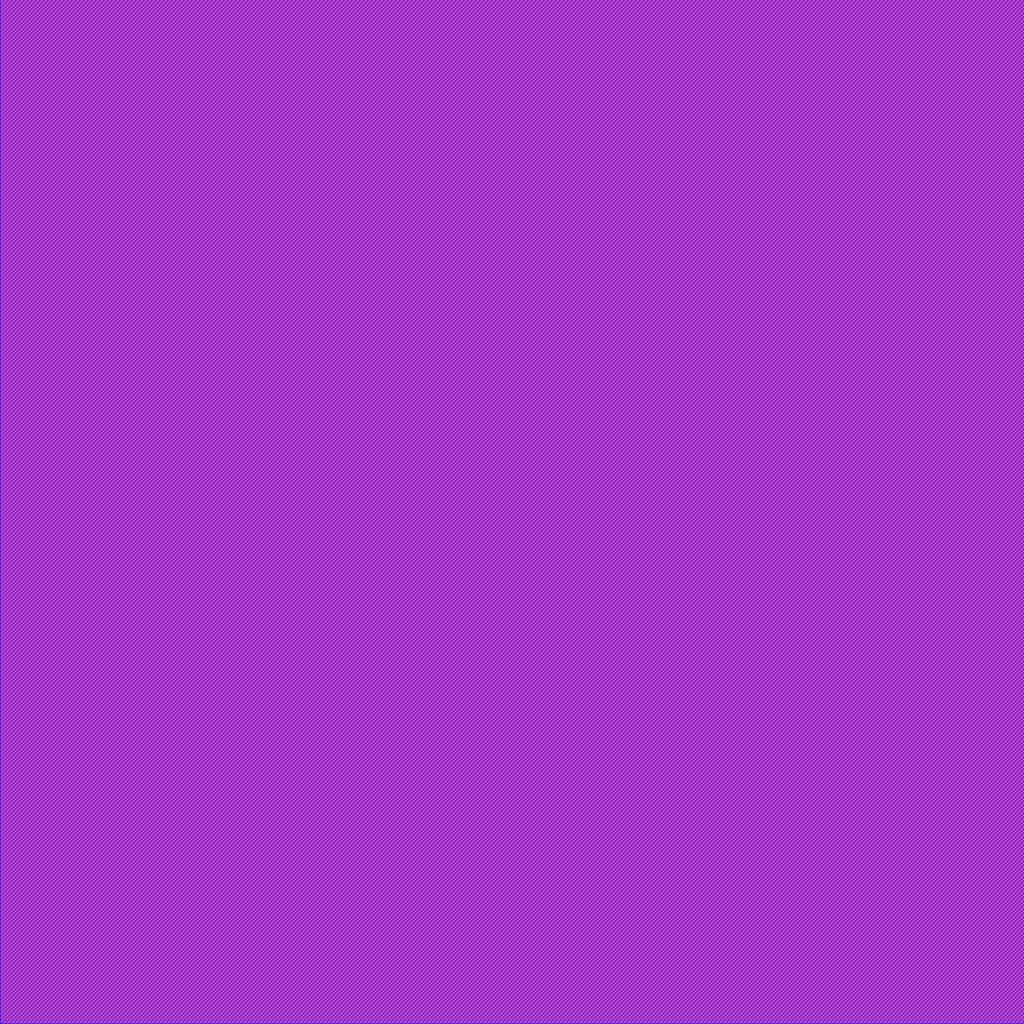
<source format=lef>
VERSION 5.6 ;
BUSBITCHARS "[]" ;
DIVIDERCHAR "/" ;

SITE Pad
  CLASS PAD ;
  SYMMETRY X Y R90 ;
  SIZE 0.010 BY 250 ;
END Pad

SITE Corner
  CLASS PAD ;
  SYMMETRY X Y R90 ;
  SIZE 250 BY 250 ;
END Corner

MACRO PADIO
  CLASS PAD ;
  ORIGIN 0 0 ;
  FOREIGN PADIO 0 0 ;
  SIZE 40 BY 250 ;
  SYMMETRY X Y R90 ;
  SITE Pad ;
  PIN PAD
    DIRECTION INOUT ;
    USE SIGNAL ;
    PORT
      LAYER Metal2 ;
        RECT 18.94 0 26.06 0.5 ;
      LAYER Metal3 ;
        RECT 18.94 0 26.06 0.5 ;
    END
  END PAD
  PIN OEN
    DIRECTION INPUT ;
    USE SIGNAL ;
    PORT
      LAYER Metal1 ;
        RECT 26.995 249 28.995 250 ;
      LAYER Metal2 ;
        RECT 26.995 249 28.995 250 ;
      LAYER Metal3 ;
        RECT 26.995 249 28.995 250 ;
      LAYER Metal4 ;
        RECT 26.995 249 28.995 250 ;
      LAYER Metal5 ;
        RECT 26.995 249 28.995 250 ;
      LAYER Metal6 ;
        RECT 26.995 249 28.995 250 ;
      LAYER Metal7 ;
        RECT 26.995 249 28.995 250 ;
      LAYER Metal8 ;
        RECT 26.995 249 28.995 250 ;
      LAYER Metal9 ;
        RECT 26.995 249 28.995 250 ;
    END
  END OEN
  PIN IN
    DIRECTION INPUT ;
    USE SIGNAL ;
    PORT
      LAYER Metal1 ;
        RECT 13.69 249 15.69 250 ;
      LAYER Metal2 ;
        RECT 13.69 249 15.69 250 ;
      LAYER Metal3 ;
        RECT 13.69 249 15.69 250 ;
      LAYER Metal4 ;
        RECT 13.69 249 15.69 250 ;
      LAYER Metal5 ;
        RECT 13.69 249 15.69 250 ;
      LAYER Metal6 ;
        RECT 13.69 249 15.69 250 ;
      LAYER Metal7 ;
        RECT 13.69 249 15.69 250 ;
      LAYER Metal8 ;
        RECT 13.69 249 15.69 250 ;
      LAYER Metal9 ;
        RECT 13.69 249 15.69 250 ;
    END
  END IN
  PIN OUT
    DIRECTION OUTPUT ;
    USE SIGNAL ;
    PORT
      LAYER Metal1 ;
        RECT 8.175 249 10.175 250 ;
      LAYER Metal2 ;
        RECT 8.175 249 10.175 250 ;
      LAYER Metal3 ;
        RECT 8.175 249 10.175 250 ;
      LAYER Metal4 ;
        RECT 8.175 249 10.175 250 ;
      LAYER Metal5 ;
        RECT 8.175 249 10.175 250 ;
      LAYER Metal6 ;
        RECT 8.175 249 10.175 250 ;
      LAYER Metal7 ;
        RECT 8.175 249 10.175 250 ;
      LAYER Metal8 ;
        RECT 8.175 249 10.175 250 ;
      LAYER Metal9 ;
        RECT 8.175 249 10.175 250 ;
    END
  END OUT
  OBS
    LAYER Metal1 ;
      RECT 0 0 40 250 ;
    LAYER Metal2 ;
      RECT 0 0 40 250 ;
    LAYER Metal3 ;
      RECT 0 0 40 250 ;
    LAYER Metal4 ;
      RECT 0 0 40 250 ;
    LAYER Metal5 ;
      RECT 0 0 40 250 ;
    LAYER Metal6 ;
      RECT 0 0 40 250 ;
    LAYER Metal7 ;
      RECT 0 0 40 250 ;
    LAYER Metal8 ;
      RECT 0 0 40 250 ;
    LAYER Metal9 ;
      RECT 0 0 40 250 ;
  END
END PADIO

MACRO PADO
  CLASS PAD ;
  ORIGIN 0 0 ;
  FOREIGN PADO 0 0 ;
  SIZE 40 BY 250 ;
  SYMMETRY X Y R90 ;
  SITE Pad ;
  PIN PAD
    DIRECTION OUTPUT ;
    USE SIGNAL ;
    PORT
      LAYER Metal2 ;
        RECT 18.94 0 26.06 0.5 ;
      LAYER Metal3 ;
        RECT 18.94 0 26.06 0.5 ;
    END
  END PAD
  PIN IN
    DIRECTION INPUT ;
    USE SIGNAL ;
    PORT
      LAYER Metal1 ;
        RECT 13.69 249 15.69 250 ;
      LAYER Metal2 ;
        RECT 13.69 249 15.69 250 ;
      LAYER Metal3 ;
        RECT 13.69 249 15.69 250 ;
      LAYER Metal4 ;
        RECT 13.69 249 15.69 250 ;
      LAYER Metal5 ;
        RECT 13.69 249 15.69 250 ;
      LAYER Metal6 ;
        RECT 13.69 249 15.69 250 ;
      LAYER Metal7 ;
        RECT 13.69 249 15.69 250 ;
      LAYER Metal8 ;
        RECT 13.69 249 15.69 250 ;
      LAYER Metal9 ;
        RECT 13.69 249 15.69 250 ;
    END
  END IN
  OBS
    LAYER Metal1 ;
      RECT 0 0 40 250 ;
    LAYER Metal2 ;
      RECT 0 0 40 250 ;
    LAYER Metal3 ;
      RECT 0 0 40 250 ;
    LAYER Metal4 ;
      RECT 0 0 40 250 ;
    LAYER Metal5 ;
      RECT 0 0 40 250 ;
    LAYER Metal6 ;
      RECT 0 0 40 250 ;
    LAYER Metal7 ;
      RECT 0 0 40 250 ;
    LAYER Metal8 ;
      RECT 0 0 40 250 ;
    LAYER Metal9 ;
      RECT 0 0 40 250 ;
  END
END PADO

MACRO PADCORNER
  CLASS ENDCAP BOTTOMLEFT ;
  ORIGIN 0 0 ;
  FOREIGN PADCORNER 0 0 ;
  SIZE 250 BY 250 ;
  SYMMETRY X Y R90 ;
  SITE Corner ;
  OBS
    LAYER Metal1 ;
      RECT 0 0 250 250 ;
    LAYER Metal2 ;
      RECT 0 0 250 250 ;
    LAYER Metal3 ;
      RECT 0 0 250 250 ;
    LAYER Metal4 ;
      RECT 0 0 250 250 ;
    LAYER Metal5 ;
      RECT 0 0 250 250 ;
    LAYER Metal6 ;
      RECT 0 0 250 250 ;
    LAYER Metal7 ;
      RECT 0 0 250 250 ;
    LAYER Metal8 ;
      RECT 0 0 250 250 ;
    LAYER Metal9 ;
      RECT 0 0 250 250 ;
  END
END PADCORNER

MACRO PADI
  CLASS PAD ;
  ORIGIN 0 0 ;
  FOREIGN PADI 0 0 ;
  SIZE 40 BY 250 ;
  SYMMETRY X Y R90 ;
  SITE Pad ;
  PIN PAD
    DIRECTION INPUT ;
    USE SIGNAL ;
    PORT
      LAYER Metal2 ;
        RECT 18.94 0 26.06 0.5 ;
      LAYER Metal3 ;
        RECT 18.94 0 26.06 0.5 ;
    END
  END PAD
  PIN OUT
    DIRECTION OUTPUT ;
    USE SIGNAL ;
    PORT
      LAYER Metal1 ;
        RECT 17.175 249 19.175 250 ;
      LAYER Metal2 ;
        RECT 17.175 249 19.175 250 ;
      LAYER Metal3 ;
        RECT 17.175 249 19.175 250 ;
      LAYER Metal4 ;
        RECT 17.175 249 19.175 250 ;
      LAYER Metal5 ;
        RECT 17.175 249 19.175 250 ;
      LAYER Metal6 ;
        RECT 17.175 249 19.175 250 ;
      LAYER Metal7 ;
        RECT 17.175 249 19.175 250 ;
      LAYER Metal8 ;
        RECT 17.175 249 19.175 250 ;
      LAYER Metal9 ;
        RECT 17.175 249 19.175 250 ;
    END
  END OUT
  OBS
    LAYER Metal1 ;
      RECT 0 0 40 250 ;
    LAYER Metal2 ;
      RECT 0 0 40 250 ;
    LAYER Metal3 ;
      RECT 0 0 40 250 ;
    LAYER Metal4 ;
      RECT 0 0 40 250 ;
    LAYER Metal5 ;
      RECT 0 0 40 250 ;
    LAYER Metal6 ;
      RECT 0 0 40 250 ;
    LAYER Metal7 ;
      RECT 0 0 40 250 ;
    LAYER Metal8 ;
      RECT 0 0 40 250 ;
    LAYER Metal9 ;
      RECT 0 0 40 250 ;
  END
END PADI

MACRO PADVDD1
  CLASS PAD POWER ;
  ORIGIN 0 0 ;
  FOREIGN PADVDD1 0 0 ;
  SIZE 40 BY 250 ;
  SYMMETRY X Y R90 ;
  SITE Pad ;
  PIN VDD
    DIRECTION INOUT ;
    USE POWER ;
    PORT
      CLASS CORE ;
      LAYER Metal2 ;
        RECT 9.18 243.19 35.82 250 ;
      LAYER Metal3 ;
        RECT 9.18 243.19 35.82 250 ;
    END
  END VDD
  OBS
    LAYER Metal1 ;
      RECT 0 0 40 250 ;
    LAYER Metal2 ;
      RECT 0 0 40 250 ;
    LAYER Metal3 ;
      RECT 0 0 40 250 ;
    LAYER Metal4 ;
      RECT 0 0 40 250 ;
    LAYER Metal5 ;
      RECT 0 0 40 250 ;
    LAYER Metal6 ;
      RECT 0 0 40 250 ;
    LAYER Metal7 ;
      RECT 0 0 40 250 ;
    LAYER Metal8 ;
      RECT 0 0 40 250 ;
    LAYER Metal9 ;
      RECT 0 0 40 250 ;
  END
END PADVDD1

MACRO PADVDD2
  CLASS PAD POWER ;
  ORIGIN 0 0 ;
  FOREIGN PADVDD2 0 0 ;
  SIZE 40 BY 250 ;
  SYMMETRY X Y R90 ;
  SITE Pad ;
  OBS
    LAYER Metal1 ;
      RECT 0 0 40 250 ;
    LAYER Metal2 ;
      RECT 0 0 40 250 ;
    LAYER Metal3 ;
      RECT 0 0 40 250 ;
    LAYER Metal4 ;
      RECT 0 0 40 250 ;
    LAYER Metal5 ;
      RECT 0 0 40 250 ;
    LAYER Metal6 ;
      RECT 0 0 40 250 ;
    LAYER Metal7 ;
      RECT 0 0 40 250 ;
    LAYER Metal8 ;
      RECT 0 0 40 250 ;
    LAYER Metal9 ;
      RECT 0 0 40 250 ;
  END
END PADVDD2

MACRO PADVSS1
  CLASS PAD POWER ;
  ORIGIN 0 0 ;
  FOREIGN PADVSS1 0 0 ;
  SIZE 40 BY 250 ;
  SYMMETRY X Y R90 ;
  SITE Pad ;
  PIN VSS
    DIRECTION INOUT ;
    USE GROUND ;
    PORT
      CLASS CORE ;
      LAYER Metal2 ;
        RECT 9.18 243.19 35.82 250 ;
      LAYER Metal3 ;
        RECT 9.18 243.19 35.82 250 ;
    END
  END VSS
  OBS
    LAYER Metal1 ;
      RECT 0 0 40 250 ;
    LAYER Metal2 ;
      RECT 0 0 40 250 ;
    LAYER Metal3 ;
      RECT 0 0 40 250 ;
    LAYER Metal4 ;
      RECT 0 0 40 250 ;
    LAYER Metal5 ;
      RECT 0 0 40 250 ;
    LAYER Metal6 ;
      RECT 0 0 40 250 ;
    LAYER Metal7 ;
      RECT 0 0 40 250 ;
    LAYER Metal8 ;
      RECT 0 0 40 250 ;
    LAYER Metal9 ;
      RECT 0 0 40 250 ;
  END
END PADVSS1

MACRO PADVSS2
  CLASS PAD POWER ;
  ORIGIN 0 0 ;
  FOREIGN PADVSS2 0 0 ;
  SIZE 40 BY 250 ;
  SYMMETRY X Y R90 ;
  SITE Pad ;
  OBS
    LAYER Metal1 ;
      RECT 0 0 40 250 ;
    LAYER Metal2 ;
      RECT 0 0 40 250 ;
    LAYER Metal3 ;
      RECT 0 0 40 250 ;
    LAYER Metal4 ;
      RECT 0 0 40 250 ;
    LAYER Metal5 ;
      RECT 0 0 40 250 ;
    LAYER Metal6 ;
      RECT 0 0 40 250 ;
    LAYER Metal7 ;
      RECT 0 0 40 250 ;
    LAYER Metal8 ;
      RECT 0 0 40 250 ;
    LAYER Metal9 ;
      RECT 0 0 40 250 ;
  END
END PADVSS2

END LIBRARY

</source>
